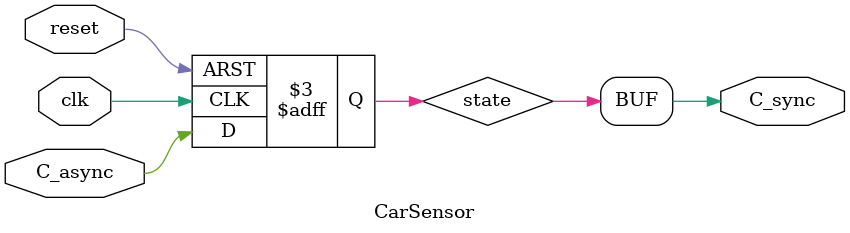
<source format=v>
`timescale 1ns / 1ps
module CarSensor(
    input clk,
    input reset,
    input C_async,
    output C_sync
    );
	 
	 parameter zero = 1'b0;
	 parameter one = 1'b1;
	 
	 reg state = zero;
	 
	 always @ (posedge clk or posedge reset) begin
		if (reset) state <= zero;
		else state <= C_async;
	 end
	 
	 assign C_sync = state;


endmodule

</source>
